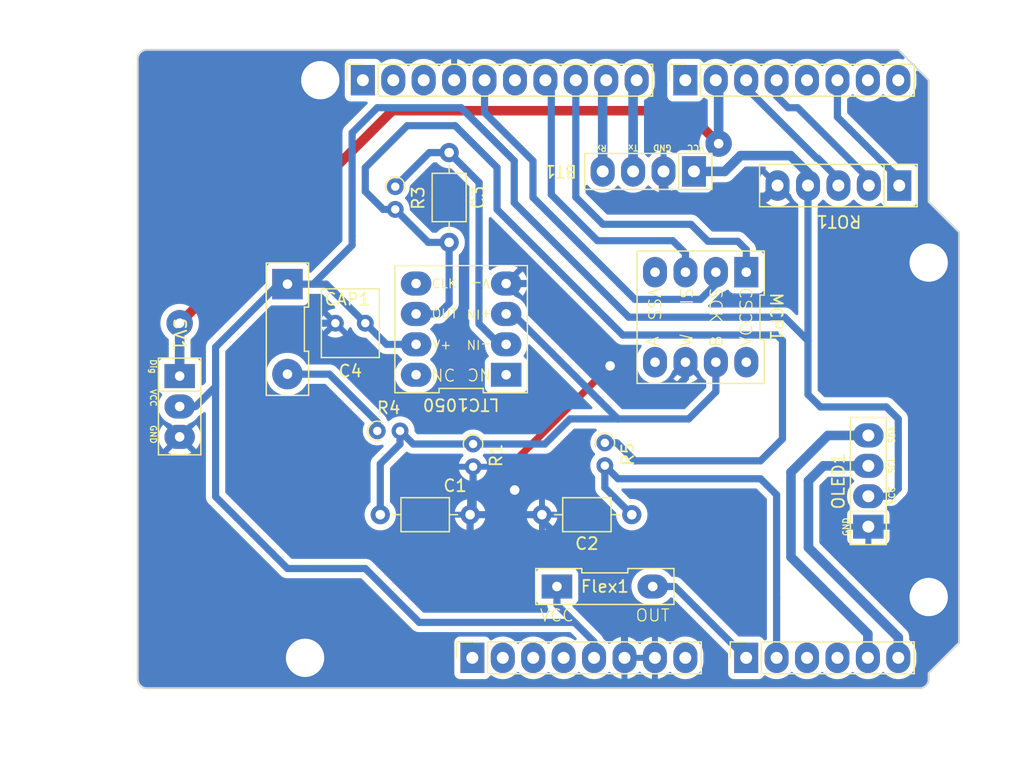
<source format=kicad_pcb>
(kicad_pcb (version 20240108) (generator "pcbnew") (generator_version "8.0")
  (title_block (title "PCB_PROJETCAPTEUR") (date "mar. 31 mars 2015") (rev "1.0") (company "INSA DELCAMPO/VALENCIA") (comment 2 "${EMAIL}") (comment 3 "Ignacio DEL CAMPO") (comment 4 "Opérateur CAO:"))
  (layers (0 "F.Cu" signal) (31 "B.Cu" signal) (34 "B.Paste" user) (35 "F.Paste" user) (36 "B.SilkS" user "B.Silkscreen") (37 "F.SilkS" user "F.Silkscreen") (38 "B.Mask" user) (39 "F.Mask" user) (44 "Edge.Cuts" user))
  (property "EMAIL" "delcampo@insa-toulouse.fr")
  (net 0 "")
  (net 1 "GND")
  (net 3 "+5V")
  (net 4 "/IOREF")
  (net 5 "B-3: Tx")
  (net 6 "B-4: Rx")
  (net 7 "/A2")
  (net 8 "/A3")
  (net 9 "ADC")
  (net 10 "/AREF")
  (net 11 "Net-(LTC1050-OUT)")
  (net 12 "/7")
  (net 13 "Net-(LTC1050--IN)")
  (net 14 "Net-(CAP1-GND)")
  (net 15 "Dig")
  (net 16 "/Vin")
  (net 17 "/TX{slash}1")
  (net 18 "/*3")
  (net 19 "/RX{slash}0")
  (net 20 "+3V3")
  (net 21 "/~{RESET}")
  (net 22 "/SCL")
  (net 23 "/SDA")
  (net 24 "/12")
  (net 25 "M-1: CS")
  (net 26 "F-2")
  (net 27 "O-3: SCL")
  (net 28 "O-4: SDA")
  (net 29 "R-1: CLK")
  (net 30 "R-2: DATA")
  (net 31 "R-3: SWITCH")
  (net 35 "M-7: B")
  (net 36 "M-5: A")
  (net 37 "M-3: SI")
  (net 38 "M-2: SCK")
  (footprint "Connector_PinSocket_2.54mm:PinSocket_1x08_P2.54mm_Vertical" (layer "F.Cu") (at 127.94 97.46 90)
    (property "Reference" "J1" (hide yes))
    (property "Value" "Power")
    (fp_line (start 1.33 -1.33) (end 1.33 0) (stroke (width 0.12)) (layer "F.SilkS"))
    (fp_line (start 0 -1.33) (end 1.33 -1.33) (stroke (width 0.12)) (layer "F.SilkS"))
    (fp_line (start 1.33 1.27) (end 1.33 19.11) (stroke (width 0.12)) (layer "F.SilkS"))
    (fp_line (start -1.33 1.27) (end 1.33 1.27) (stroke (width 0.12)) (layer "F.SilkS"))
    (fp_line (start -1.33 1.27) (end -1.33 19.11) (stroke (width 0.12)) (layer "F.SilkS"))
    (fp_line (start -1.33 19.11) (end 1.33 19.11) (stroke (width 0.12)) (layer "F.SilkS"))
    (pad "1" thru_hole rect (at 0 0 90) (size 2.54 2) (drill 1) (layers "*.Cu" "*.Mask"))
    (pad "2" thru_hole oval (at 0 2.54 90) (size 2.54 2) (drill 1) (layers "*.Cu" "*.Mask") (net 4 "/IOREF"))
    (pad "3" thru_hole oval (at 0 5.08 90) (size 2.54 2) (drill 1) (layers "*.Cu" "*.Mask") (net 21 "/~{RESET}"))
    (pad "4" thru_hole oval (at 0 7.62 90) (size 2.54 2) (drill 1) (layers "*.Cu" "*.Mask") (net 20 "+3V3"))
    (pad "5" thru_hole oval (at 0 10.16 90) (size 2.54 2) (drill 1) (layers "*.Cu" "*.Mask") (net 3 "+5V"))
    (pad "6" thru_hole oval (at 0 12.7 90) (size 2.54 2) (drill 1) (layers "*.Cu" "*.Mask") (net 1 "GND"))
    (pad "7" thru_hole oval (at 0 15.24 90) (size 2.54 2) (drill 1) (layers "*.Cu" "*.Mask") (net 1 "GND"))
    (pad "8" thru_hole oval (at 0 17.78 90) (size 2.54 2) (drill 1) (layers "*.Cu" "*.Mask") (net 16 "/Vin"))
  )
  (footprint "Connector_PinSocket_2.54mm:PinSocket_1x06_P2.54mm_Vertical" (layer "F.Cu") (at 150.8 97.46 90)
    (property "Reference" "J3" (hide yes))
    (property "Value" "Analog")
    (fp_line (start 1.33 -1.33) (end 1.33 0) (stroke (width 0.12)) (layer "F.SilkS"))
    (fp_line (start 0 -1.33) (end 1.33 -1.33) (stroke (width 0.12)) (layer "F.SilkS"))
    (fp_line (start 1.33 1.27) (end 1.33 14.03) (stroke (width 0.12)) (layer "F.SilkS"))
    (fp_line (start -1.33 1.27) (end 1.33 1.27) (stroke (width 0.12)) (layer "F.SilkS"))
    (fp_line (start -1.33 1.27) (end -1.33 14.03) (stroke (width 0.12)) (layer "F.SilkS"))
    (fp_line (start -1.33 14.03) (end 1.33 14.03) (stroke (width 0.12)) (layer "F.SilkS"))
    (pad "1" thru_hole rect (at 0 0 90) (size 2.54 2) (drill 1) (layers "*.Cu" "*.Mask") (net 26 "F-2"))
    (pad "2" thru_hole oval (at 0 2.54 90) (size 2.54 2) (drill 1) (layers "*.Cu" "*.Mask") (net 9 "ADC"))
    (pad "3" thru_hole oval (at 0 5.08 90) (size 2.54 2) (drill 1) (layers "*.Cu" "*.Mask") (net 7 "/A2"))
    (pad "4" thru_hole oval (at 0 7.62 90) (size 2.54 2) (drill 1) (layers "*.Cu" "*.Mask") (net 8 "/A3"))
    (pad "5" thru_hole oval (at 0 10.16 90) (size 2.54 2) (drill 1) (layers "*.Cu" "*.Mask") (net 28 "O-4: SDA"))
    (pad "6" thru_hole oval (at 0 12.7 90) (size 2.54 2) (drill 1) (layers "*.Cu" "*.Mask") (net 27 "O-3: SCL"))
  )
  (footprint "Connector_PinSocket_2.54mm:PinSocket_1x10_P2.54mm_Vertical" (layer "F.Cu") (at 118.796 49.2 90)
    (property "Reference" "J2" (hide yes))
    (property "Value" "Digital/PWM")
    (fp_line (start 1.33 -1.33) (end 1.33 0) (stroke (width 0.12)) (layer "F.SilkS"))
    (fp_line (start 0 -1.33) (end 1.33 -1.33) (stroke (width 0.12)) (layer "F.SilkS"))
    (fp_line (start 1.33 1.27) (end 1.33 24.19) (stroke (width 0.12)) (layer "F.SilkS"))
    (fp_line (start -1.33 1.27) (end 1.33 1.27) (stroke (width 0.12)) (layer "F.SilkS"))
    (fp_line (start -1.33 1.27) (end -1.33 24.19) (stroke (width 0.12)) (layer "F.SilkS"))
    (fp_line (start -1.33 24.19) (end 1.33 24.19) (stroke (width 0.12)) (layer "F.SilkS"))
    (pad "1" thru_hole rect (at 0 0 90) (size 2.54 2) (drill 1) (layers "*.Cu" "*.Mask") (net 22 "/SCL"))
    (pad "2" thru_hole oval (at 0 2.54 90) (size 2.54 2) (drill 1) (layers "*.Cu" "*.Mask") (net 23 "/SDA"))
    (pad "3" thru_hole oval (at 0 5.08 90) (size 2.54 2) (drill 1) (layers "*.Cu" "*.Mask") (net 10 "/AREF"))
    (pad "4" thru_hole oval (at 0 7.62 90) (size 2.54 2) (drill 1) (layers "*.Cu" "*.Mask") (net 1 "GND"))
    (pad "5" thru_hole oval (at 0 10.16 90) (size 2.54 2) (drill 1) (layers "*.Cu" "*.Mask") (net 38 "M-2: SCK"))
    (pad "6" thru_hole oval (at 0 12.7 90) (size 2.54 2) (drill 1) (layers "*.Cu" "*.Mask") (net 24 "/12"))
    (pad "7" thru_hole oval (at 0 15.24 90) (size 2.54 2) (drill 1) (layers "*.Cu" "*.Mask") (net 37 "M-3: SI"))
    (pad "8" thru_hole oval (at 0 17.78 90) (size 2.54 2) (drill 1) (layers "*.Cu" "*.Mask") (net 25 "M-1: CS"))
    (pad "9" thru_hole oval (at 0 20.32 90) (size 2.54 2) (drill 1) (layers "*.Cu" "*.Mask") (net 6 "B-4: Rx"))
    (pad "10" thru_hole oval (at 0 22.86 90) (size 2.54 2) (drill 1) (layers "*.Cu" "*.Mask") (net 5 "B-3: Tx"))
  )
  (footprint "Connector_PinSocket_2.54mm:PinSocket_1x08_P2.54mm_Vertical" (layer "F.Cu") (at 145.72 49.2 90)
    (property "Reference" "J4" (hide yes))
    (property "Value" "Digital/PWM")
    (fp_line (start 1.33 -1.33) (end 1.33 0) (stroke (width 0.12)) (layer "F.SilkS"))
    (fp_line (start 0 -1.33) (end 1.33 -1.33) (stroke (width 0.12)) (layer "F.SilkS"))
    (fp_line (start 1.33 1.27) (end 1.33 19.11) (stroke (width 0.12)) (layer "F.SilkS"))
    (fp_line (start -1.33 1.27) (end 1.33 1.27) (stroke (width 0.12)) (layer "F.SilkS"))
    (fp_line (start -1.33 1.27) (end -1.33 19.11) (stroke (width 0.12)) (layer "F.SilkS"))
    (fp_line (start -1.33 19.11) (end 1.33 19.11) (stroke (width 0.12)) (layer "F.SilkS"))
    (pad "1" thru_hole rect (at 0 0 90) (size 2.54 2) (drill 1) (layers "*.Cu" "*.Mask") (net 12 "/7"))
    (pad "2" thru_hole oval (at 0 2.54 90) (size 2.54 2) (drill 1) (layers "*.Cu" "*.Mask") (net 15 "Dig"))
    (pad "3" thru_hole oval (at 0 5.08 90) (size 2.54 2) (drill 1) (layers "*.Cu" "*.Mask") (net 31 "R-3: SWITCH"))
    (pad "4" thru_hole oval (at 0 7.62 90) (size 2.54 2) (drill 1) (layers "*.Cu" "*.Mask") (net 30 "R-2: DATA"))
    (pad "5" thru_hole oval (at 0 10.16 90) (size 2.54 2) (drill 1) (layers "*.Cu" "*.Mask") (net 18 "/*3"))
    (pad "6" thru_hole oval (at 0 12.7 90) (size 2.54 2) (drill 1) (layers "*.Cu" "*.Mask") (net 29 "R-1: CLK"))
    (pad "7" thru_hole oval (at 0 15.24 90) (size 2.54 2) (drill 1) (layers "*.Cu" "*.Mask") (net 17 "/TX{slash}1"))
    (pad "8" thru_hole oval (at 0 17.78 90) (size 2.54 2) (drill 1) (layers "*.Cu" "*.Mask") (net 19 "/RX{slash}0"))
  )
  (footprint "Resistor_THT:R_Axial_DIN0204_L3.6mm_D1.6mm_P1.90mm_Vertical" (layer "F.Cu") (at 128 79.595 -90)
    (property "Reference" "R1" (at 0.95 -1.92 90) (layer "F.SilkS"))
    (property "Value" "100k")
    (fp_arc (start 0.320095 0.749359) (mid -0.813042 -0.054435) (end 0.417133 -0.7) (stroke (width 0.12)) (layer "F.SilkS"))
    (pad "1" thru_hole circle (at 0 0 270) (size 1.4 1.4) (drill 0.7) (layers "*.Cu" "*.Mask") (net 35 "M-7: B"))
    (pad "2" thru_hole oval (at 1.9 0 270) (size 1.4 1.4) (drill 0.7) (layers "*.Cu" "*.Mask") (net 1 "GND"))
  )
  (footprint "LIbCapteurPCB:ROT" (layer "F.Cu") (at 158.5 58 180)
    (property "Reference" "ROT1" (at -0.04 -3 180) (layer "F.SilkS"))
    (property "Value" "~")
    (fp_line (start 6.58 1.77) (end -6.58 1.77) (stroke (width 0.12)) (layer "F.SilkS"))
    (fp_line (start 6.58 -1.77) (end 6.58 1.77) (stroke (width 0.12)) (layer "F.SilkS"))
    (fp_line (start -3.81 -1.77) (end -3.81 1.77) (stroke (width 0.12)) (layer "F.SilkS"))
    (fp_line (start -6.58 1.77) (end -6.58 -1.77) (stroke (width 0.12)) (layer "F.SilkS"))
    (fp_line (start -6.58 -1.77) (end 6.58 -1.77) (stroke (width 0.12)) (layer "F.SilkS"))
    (pad "1" thru_hole rect (at -5.08 0 180) (size 2 2.54) (drill 1) (layers "*.Cu" "*.Mask") (net 29 "R-1: CLK"))
    (pad "2" thru_hole oval (at -2.54 0 180) (size 2 2.54) (drill 1) (layers "*.Cu" "*.Mask") (net 30 "R-2: DATA"))
    (pad "3" thru_hole oval (at 0 0 180) (size 2 2.54) (drill 1) (layers "*.Cu" "*.Mask") (net 31 "R-3: SWITCH"))
    (pad "4" thru_hole oval (at 2.54 0 180) (size 2 2.54) (drill 1) (layers "*.Cu" "*.Mask") (net 3 "+5V"))
    (pad "5" thru_hole oval (at 5.08 0 180) (size 2 2.54) (drill 1) (layers "*.Cu" "*.Mask") (net 1 "GND"))
  )
  (footprint "Capacitor_THT:C_Axial_L3.8mm_D2.6mm_P7.50mm_Horizontal" (layer "F.Cu") (at 141.25 85.5 180)
    (property "Reference" "C2" (at 3.75 -2.42 180) (layer "F.SilkS"))
    (property "Value" "100n ")
    (fp_line (start 6.46 0) (end 5.77 0) (stroke (width 0.12)) (layer "F.SilkS"))
    (fp_line (start 5.77 1.42) (end 5.77 -1.42) (stroke (width 0.12)) (layer "F.SilkS"))
    (fp_line (start 5.77 -1.42) (end 1.73 -1.42) (stroke (width 0.12)) (layer "F.SilkS"))
    (fp_line (start 1.73 1.42) (end 5.77 1.42) (stroke (width 0.12)) (layer "F.SilkS"))
    (fp_line (start 1.73 -1.42) (end 1.73 1.42) (stroke (width 0.12)) (layer "F.SilkS"))
    (fp_line (start 1.04 0) (end 1.73 0) (stroke (width 0.12)) (layer "F.SilkS"))
    (pad "1" thru_hole circle (at 0 0 180) (size 1.6 1.6) (drill 0.8) (layers "*.Cu" "*.Mask") (net 9 "ADC"))
    (pad "2" thru_hole oval (at 7.5 0 180) (size 1.6 1.6) (drill 0.8) (layers "*.Cu" "*.Mask") (net 1 "GND"))
  )
  (footprint "Capacitor_THT:C_Axial_L3.8mm_D2.6mm_P7.50mm_Horizontal" (layer "F.Cu") (at 126 55.25 -90)
    (property "Reference" "C3" (at 3.75 -2.42 90) (layer "F.SilkS"))
    (property "Value" "1u")
    (fp_line (start 1.73 1.42) (end 5.77 1.42) (stroke (width 0.12)) (layer "F.SilkS"))
    (fp_line (start 5.77 1.42) (end 5.77 -1.42) (stroke (width 0.12)) (layer "F.SilkS"))
    (fp_line (start 1.04 0) (end 1.73 0) (stroke (width 0.12)) (layer "F.SilkS"))
    (fp_line (start 6.46 0) (end 5.77 0) (stroke (width 0.12)) (layer "F.SilkS"))
    (fp_line (start 1.73 -1.42) (end 1.73 1.42) (stroke (width 0.12)) (layer "F.SilkS"))
    (fp_line (start 5.77 -1.42) (end 1.73 -1.42) (stroke (width 0.12)) (layer "F.SilkS"))
    (pad "1" thru_hole circle (at 0 0 270) (size 1.6 1.6) (drill 0.8) (layers "*.Cu" "*.Mask") (net 13 "Net-(LTC1050--IN)"))
    (pad "2" thru_hole oval (at 7.5 0 270) (size 1.6 1.6) (drill 0.8) (layers "*.Cu" "*.Mask") (net 11 "Net-(LTC1050-OUT)"))
  )
  (footprint "Resistor_THT:R_Axial_DIN0204_L3.6mm_D1.6mm_P1.90mm_Vertical" (layer "F.Cu") (at 139 79.5 -90)
    (property "Reference" "R5" (at 0.95 -1.92 90) (layer "F.SilkS"))
    (property "Value" "1k")
    (fp_arc (start 0.320095 0.749359) (mid -0.813042 -0.054435) (end 0.417133 -0.7) (stroke (width 0.12)) (layer "F.SilkS"))
    (pad "1" thru_hole circle (at 0 0 270) (size 1.4 1.4) (drill 0.7) (layers "*.Cu" "*.Mask") (net 11 "Net-(LTC1050-OUT)"))
    (pad "2" thru_hole oval (at 1.9 0 270) (size 1.4 1.4) (drill 0.7) (layers "*.Cu" "*.Mask") (net 9 "ADC"))
  )
  (footprint "ChuloPCB:SIP-3" (layer "F.Cu") (at 103.5 76.46 -90)
    (property "Reference" "SV1" (at -6 0 -90) (layer "F.SilkS"))
    (property "Value" "~")
    (fp_line (start -4.04 1.77) (end -4.04 -1.77) (stroke (width 0.12)) (layer "F.SilkS"))
    (fp_line (start 4.04 1.77) (end -4.04 1.77) (stroke (width 0.12)) (layer "F.SilkS"))
    (fp_line (start -4.04 -1.77) (end 4.04 -1.77) (stroke (width 0.12)) (layer "F.SilkS"))
    (fp_line (start -1.27 -1.77) (end -1.27 1.77) (stroke (width 0.12)) (layer "F.SilkS"))
    (fp_line (start 4.04 -1.77) (end 4.04 1.77) (stroke (width 0.12)) (layer "F.SilkS"))
    (fp_text user "VCC" (at -1.5 2.5 -90) (layer "F.SilkS") (effects (font (size 0.5 0.5) (thickness 0.1)) (justify left bottom)))
    (fp_text user "GND" (at 1.5 2.5 -90) (layer "F.SilkS") (effects (font (size 0.5 0.5) (thickness 0.1)) (justify left bottom)))
    (fp_text user "Dig" (at -4 2.5 -90) (layer "F.SilkS") (effects (font (size 0.5 0.5) (thickness 0.1)) (justify left bottom)))
    (pad "1" thru_hole rect (at -2.54 0 270) (size 2 2.54) (drill 0.8) (layers "*.Cu" "*.Mask") (net 15 "Dig"))
    (pad "2" thru_hole oval (at 0 0 270) (size 2 2.54) (drill 0.8) (layers "*.Cu" "*.Mask") (net 3 "+5V"))
    (pad "3" thru_hole oval (at 2.54 0 270) (size 2 2.54) (drill 0.8) (layers "*.Cu" "*.Mask") (net 1 "GND"))
  )
  (footprint "Capacitor_THT:C_Axial_L3.8mm_D2.6mm_P7.50mm_Horizontal" (layer "F.Cu") (at 120.25 85.5)
    (property "Reference" "C1" (at 6.25 -2.42 0) (layer "F.SilkS"))
    (property "Value" "100n")
    (fp_line (start 1.04 0) (end 1.73 0) (stroke (width 0.12)) (layer "F.SilkS"))
    (fp_line (start 1.73 -1.42) (end 1.73 1.42) (stroke (width 0.12)) (layer "F.SilkS"))
    (fp_line (start 1.73 1.42) (end 5.77 1.42) (stroke (width 0.12)) (layer "F.SilkS"))
    (fp_line (start 5.77 -1.42) (end 1.73 -1.42) (stroke (width 0.12)) (layer "F.SilkS"))
    (fp_line (start 5.77 1.42) (end 5.77 -1.42) (stroke (width 0.12)) (layer "F.SilkS"))
    (fp_line (start 6.46 0) (end 5.77 0) (stroke (width 0.12)) (layer "F.SilkS"))
    (pad "1" thru_hole circle (at 0 0) (size 1.6 1.6) (drill 0.8) (layers "*.Cu" "*.Mask") (net 35 "M-7: B"))
    (pad "2" thru_hole oval (at 7.5 0) (size 1.6 1.6) (drill 0.8) (layers "*.Cu" "*.Mask") (net 1 "GND"))
  )
  (footprint "LIbCapteurPCB:DigiPot" (layer "F.Cu") (at 147 69 180)
    (property "Reference" "MCP1" (at -6.31 0 -90) (layer "F.SilkS"))
    (property "Value" "~")
    (fp_line (start 5.31 5.53) (end 5.31 -5.53) (stroke (width 0.12)) (layer "F.SilkS"))
    (fp_line (start 5.31 -5.53) (end -5.31 -5.53) (stroke (width 0.12)) (layer "F.SilkS"))
    (fp_line (start -4.95 1.843333) (end -5.31 1.843333) (stroke (width 0.12)) (layer "F.SilkS"))
    (fp_line (start -4.95 -1.843333) (end -4.95 1.843333) (stroke (width 0.12)) (layer "F.SilkS"))
    (fp_line (start -5.31 5.53) (end 5.31 5.53) (stroke (width 0.12)) (layer "F.SilkS"))
    (fp_line (start -5.31 1.843333) (end -5.31 5.53) (stroke (width 0.12)) (layer "F.SilkS"))
    (fp_line (start -5.31 -1.843333) (end -4.95 -1.843333) (stroke (width 0.12)) (layer "F.SilkS"))
    (fp_line (start -5.31 -5.53) (end -5.31 -1.843333) (stroke (width 0.12)) (layer "F.SilkS"))
    (fp_text user "VCC" (at -4.39 -2.52 90) (layer "F.SilkS") (effects (font (thickness 0.1)) (justify left bottom)))
    (fp_text user "SI" (at 1.81 2.54 -90) (layer "F.SilkS") (effects (font (thickness 0.1)) (justify left bottom)))
    (fp_text user "VSS" (at 4.47 2.54 -90) (layer "F.SilkS") (effects (font (thickness 0.1)) (justify left bottom)))
    (fp_text user "B" (at -1.9 -2.58 90) (layer "F.SilkS") (effects (font (thickness 0.1)) (justify left bottom)))
    (fp_text user "W" (at 0.6 -2.56 90) (layer "F.SilkS") (effects (font (thickness 0.1)) (justify left bottom)))
    (fp_text user "A" (at 3.42 -2.52 90) (layer "F.SilkS") (effects (font (thickness 0.1)) (justify left bottom)))
    (fp_text user "SCK" (at -0.66 2.54 -90) (layer "F.SilkS") (effects (font (thickness 0.1)) (justify left bottom)))
    (fp_text user "CS" (at -3.15 2.58 -90) (layer "F.SilkS") (effects (font (thickness 0.1)) (justify left bottom)))
    (pad "1" thru_hole rect (at -3.81 3.76 180) (size 2 2.54) (drill 0.8) (layers "*.Cu" "*.Mask") (net 25 "M-1: CS"))
    (pad "2" thru_hole oval (at -1.27 3.76 180) (size 2 2.54) (drill 0.8) (layers "*.Cu" "*.Mask") (net 38 "M-2: SCK"))
    (pad "3" thru_hole oval (at 1.27 3.76 180) (size 2 2.54) (drill 0.8) (layers "*.Cu" "*.Mask") (net 37 "M-3: SI"))
    (pad "4" thru_hole oval (at 3.81 3.76 180) (size 2 2.54) (drill 0.8) (layers "*.Cu" "*.Mask"))
    (pad "5" thru_hole oval (at 3.81 -3.76 180) (size 2 2.54) (drill 0.8) (layers "*.Cu" "*.Mask") (net 36 "M-5: A"))
    (pad "6" thru_hole oval (at 1.27 -3.76 180) (size 2 2.54) (drill 0.8) (layers "*.Cu" "*.Mask") (net 1 "GND"))
    (pad "7" thru_hole oval (at -1.27 -3.76 180) (size 2 2.54) (drill 0.8) (layers "*.Cu" "*.Mask") (net 35 "M-7: B"))
    (pad "8" thru_hole oval (at -3.81 -3.76 180) (size 2 2.54) (drill 0.8) (layers "*.Cu" "*.Mask"))
  )
  (footprint "Arduino_MountingHole:MountingHole_3.2mm" (layer "F.Cu") (at 115.24 49.2)
    (property "Reference" "MH1" (hide yes))
    (property "Value" "MountingHole_3.2mm" (hide yes))
    (pad "" np_thru_hole circle (at 0 0) (size 3.2 3.2) (drill 3.2) (layers "*.Cu" "*.Mask"))
  )
  (footprint "Resistor_THT:R_Axial_DIN0204_L3.6mm_D1.6mm_P1.90mm_Vertical" (layer "F.Cu") (at 121.5 58.095 -90)
    (property "Reference" "R3" (at 0.95 -1.92 90) (layer "F.SilkS"))
    (property "Value" "100k")
    (fp_arc (start 0.320095 0.749359) (mid -0.813042 -0.054435) (end 0.417133 -0.7) (stroke (width 0.12)) (layer "F.SilkS"))
    (pad "1" thru_hole circle (at 0 0 270) (size 1.4 1.4) (drill 0.7) (layers "*.Cu" "*.Mask") (net 13 "Net-(LTC1050--IN)"))
    (pad "2" thru_hole oval (at 1.9 0 270) (size 1.4 1.4) (drill 0.7) (layers "*.Cu" "*.Mask") (net 11 "Net-(LTC1050-OUT)"))
  )
  (footprint "Capacitor_THT:C_Rect_L4.6mm_W5.5mm_P2.50mm_MKS02_FKP02" (layer "F.Cu") (at 119 69.5 180)
    (property "Reference" "C4" (at 1.25 -4 180) (layer "F.SilkS"))
    (property "Value" "100n")
    (fp_line (start 3.67 -2.87) (end 3.67 2.87) (stroke (width 0.12)) (layer "F.SilkS"))
    (fp_line (start -1.17 2.87) (end 3.67 2.87) (stroke (width 0.12)) (layer "F.SilkS"))
    (fp_line (start -1.17 -2.87) (end 3.67 -2.87) (stroke (width 0.12)) (layer "F.SilkS"))
    (fp_line (start -1.17 -2.87) (end -1.17 2.87) (stroke (width 0.12)) (layer "F.SilkS"))
    (pad "1" thru_hole circle (at 0 0 180) (size 1.4 1.4) (drill 0.7) (layers "*.Cu" "*.Mask") (net 3 "+5V"))
    (pad "2" thru_hole circle (at 2.5 0 180) (size 1.4 1.4) (drill 0.7) (layers "*.Cu" "*.Mask") (net 1 "GND"))
  )
  (footprint "ChuloPCB:Flexeo" (layer "F.Cu") (at 139 91.5 -90)
    (property "Reference" "Flex1" (at 0 0 0) (layer "F.SilkS"))
    (property "Value" "~")
    (fp_line (start -1.5 5.77) (end 1.499999 5.77) (stroke (width 0.12)) (layer "F.SilkS"))
    (fp_line (start 1.499999 5.77) (end 1.5 -5.77) (stroke (width 0.12)) (layer "F.SilkS"))
    (fp_line (start -1.5 1.923333) (end -1.5 5.77) (stroke (width 0.12)) (layer "F.SilkS"))
    (fp_line (start -1.14 1.923333) (end -1.5 1.923333) (stroke (width 0.12)) (layer "F.SilkS"))
    (fp_line (start -1.499999 -1.923333) (end -1.139999 -1.923333) (stroke (width 0.12)) (layer "F.SilkS"))
    (fp_line (start -1.139999 -1.923333) (end -1.14 1.923333) (stroke (width 0.12)) (layer "F.SilkS"))
    (fp_line (start -1.499999 -5.77) (end -1.499999 -1.923333) (stroke (width 0.12)) (layer "F.SilkS"))
    (fp_line (start 1.5 -5.77) (end -1.499999 -5.77) (stroke (width 0.12)) (layer "F.SilkS"))
    (fp_text user "OUT" (at 3 -2.5 0) (layer "F.SilkS") (effects (font (thickness 0.1)) (justify left bottom)))
    (fp_text user "VCC" (at 3 5.5 0) (layer "F.SilkS") (effects (font (thickness 0.1)) (justify left bottom)))
    (pad "1" thru_hole rect (at 0 4 270) (size 2 2.54) (drill 0.8) (layers "*.Cu" "*.Mask") (net 3 "+5V"))
    (pad "2" thru_hole oval (at 0 -4 270) (size 2 2.54) (drill 0.8) (layers "*.Cu" "*.Mask") (net 26 "F-2"))
  )
  (footprint "Resistor_THT:R_Axial_DIN0204_L3.6mm_D1.6mm_P1.90mm_Vertical" (layer "F.Cu") (at 120 78.5)
    (property "Reference" "R4" (at 0.95 -1.92 0) (layer "F.SilkS"))
    (property "Value" "10k")
    (fp_arc (start 0.320095 0.749359) (mid -0.813042 -0.054435) (end 0.417133 -0.7) (stroke (width 0.12)) (layer "F.SilkS"))
    (pad "1" thru_hole circle (at 0 0) (size 1.4 1.4) (drill 0.7) (layers "*.Cu" "*.Mask") (net 14 "Net-(CAP1-GND)"))
    (pad "2" thru_hole oval (at 1.9 0) (size 1.4 1.4) (drill 0.7) (layers "*.Cu" "*.Mask") (net 35 "M-7: B"))
  )
  (footprint "LIbCapteurPCB:LTC1050" (layer "F.Cu") (at 127 70 90)
    (property "Reference" "LTC1050" (at -6.31 0 180) (layer "F.SilkS"))
    (property "Value" "~")
    (fp_line (start 5.31 -5.53) (end -5.31 -5.53) (stroke (width 0.12)) (layer "F.SilkS"))
    (fp_line (start -5.31 -5.53) (end -5.31 -1.843333) (stroke (width 0.12)) (layer "F.SilkS"))
    (fp_line (start -4.95 -1.843333) (end -4.95 1.843333) (stroke (width 0.12)) (layer "F.SilkS"))
    (fp_line (start -5.31 -1.843333) (end -4.95 -1.843333) (stroke (width 0.12)) (layer "F.SilkS"))
    (fp_line (start -4.95 1.843333) (end -5.31 1.843333) (stroke (width 0.12)) (layer "F.SilkS"))
    (fp_line (start -5.31 1.843333) (end -5.31 5.53) (stroke (width 0.12)) (layer "F.SilkS"))
    (fp_line (start 5.31 5.53) (end 5.31 -5.53) (stroke (width 0.12)) (layer "F.SilkS"))
    (fp_line (start -5.31 5.53) (end 5.31 5.53) (stroke (width 0.12)) (layer "F.SilkS"))
    (fp_text user "NC" (at -3.2 2.62 180) (layer "F.SilkS") (effects (font (thickness 0.1)) (justify left bottom)))
    (fp_text user "-IN" (at -0.85 2.6 180) (layer "F.SilkS") (effects (font (size 0.75 0.75) (thickness 0.1)) (justify left bottom)))
    (fp_text user "V+" (at -1.75 -2.45 0) (layer "F.SilkS") (effects (font (size 0.75 0.75) (thickness 0.1)) (justify left bottom)))
    (fp_text user "V-" (at 4.27 2.47 180) (layer "F.SilkS") (effects (font (size 0.75 0.75) (thickness 0.1)) (justify left bottom)))
    (fp_text user "CLK" (at 3.36 -2.52 0) (layer "F.SilkS") (effects (font (size 0.75 0.75) (thickness 0.1)) (justify left bottom)))
    (fp_text user "OUT" (at 0.85 -2.51 0) (layer "F.SilkS") (effects (font (size 0.75 0.75) (thickness 0.1)) (justify left bottom)))
    (fp_text user "+IN" (at 1.69 2.6 180) (layer "F.SilkS") (effects (font (size 0.75 0.75) (thickness 0.1)) (justify left bottom)))
    (fp_text user "NC" (at -4.47 -2.58 0) (layer "F.SilkS") (effects (font (thickness 0.1)) (justify left bottom)))
    (pad "1" thru_hole rect (at -3.81 3.76 90) (size 2 2.54) (drill 0.8) (layers "*.Cu" "*.Mask"))
    (pad "2" thru_hole oval (at -1.27 3.76 90) (size 2 2.54) (drill 0.8) (layers "*.Cu" "*.Mask") (net 13 "Net-(LTC1050--IN)"))
    (pad "3" thru_hole oval (at 1.27 3.76 90) (size 2 2.54) (drill 0.8) (layers "*.Cu" "*.Mask") (net 35 "M-7: B"))
    (pad "4" thru_hole oval (at 3.81 3.76 90) (size 2 2.54) (drill 0.8) (layers "*.Cu" "*.Mask") (net 1 "GND"))
    (pad "5" thru_hole oval (at 3.81 -3.76 90) (size 2 2.54) (drill 0.8) (layers "*.Cu" "*.Mask"))
    (pad "6" thru_hole oval (at 1.27 -3.76 90) (size 2 2.54) (drill 0.8) (layers "*.Cu" "*.Mask") (net 11 "Net-(LTC1050-OUT)"))
    (pad "7" thru_hole oval (at -1.27 -3.76 90) (size 2 2.54) (drill 0.8) (layers "*.Cu" "*.Mask") (net 3 "+5V"))
    (pad "8" thru_hole oval (at -3.81 -3.76 90) (size 2 2.54) (drill 0.8) (layers "*.Cu" "*.Mask"))
  )
  (footprint "LIbCapteurPCB:Capteur Gaz" (layer "F.Cu") (at 112.5 70 180)
    (property "Reference" "CAP1" (at -5 2.5 0) (layer "F.SilkS"))
    (property "Value" "~")
    (fp_line (start 1.77 -5.53) (end -1.769999 -5.53) (stroke (width 0.12)) (layer "F.SilkS"))
    (fp_line (start 1.769999 5.53) (end 1.77 -5.53) (stroke (width 0.12)) (layer "F.SilkS"))
    (fp_line (start -1.41 1.843333) (end -1.77 1.843333) (stroke (width 0.12)) (layer "F.SilkS"))
    (fp_line (start -1.41 -1.843333) (end -1.41 1.843333) (stroke (width 0.12)) (layer "F.SilkS"))
    (fp_line (start -1.769999 -5.53) (end -1.77 -1.843333) (stroke (width 0.12)) (layer "F.SilkS"))
    (fp_line (start -1.77 5.53) (end 1.769999 5.53) (stroke (width 0.12)) (layer "F.SilkS"))
    (fp_line (start -1.77 1.843333) (end -1.77 5.53) (stroke (width 0.12)) (layer "F.SilkS"))
    (fp_line (start -1.77 -1.843333) (end -1.41 -1.843333) (stroke (width 0.12)) (layer "F.SilkS"))
    (pad "1" thru_hole rect (at 0 3.76 180) (size 2.54 2.54) (drill 0.8) (layers "*.Cu" "*.Mask") (net 3 "+5V"))
    (pad "2" thru_hole circle (at 0 -3.76 180) (size 2.54 2.54) (drill 0.8) (layers "*.Cu" "*.Mask") (net 14 "Net-(CAP1-GND)"))
  )
  (footprint "LIbCapteurPCB:OLED" (layer "F.Cu") (at 161 82.69 90)
    (property "Reference" "OLED1" (at 0 -2.5 90) (layer "F.SilkS"))
    (property "Value" "~")
    (fp_line (start 5.31 -1.5) (end 5.31 1.5) (stroke (width 0.12)) (layer "F.SilkS"))
    (fp_line (start -2.54 -1.5) (end -2.54 1.5) (stroke (width 0.12)) (layer "F.SilkS"))
    (fp_line (start -5.31 -1.5) (end 5.31 -1.5) (stroke (width 0.12)) (layer "F.SilkS"))
    (fp_line (start 5.31 1.5) (end -5.31 1.5) (stroke (width 0.12)) (layer "F.SilkS"))
    (fp_line (start -5.31 1.5) (end -5.31 -1.5) (stroke (width 0.12)) (layer "F.SilkS"))
    (fp_text user "GND" (at -4.65 -1.57 90) (layer "F.SilkS") (effects (font (size 0.5 0.5) (thickness 0.1)) (justify left bottom)))
    (fp_text user "SDA" (at 3.07 2.26 90) (layer "F.SilkS") (effects (font (size 0.5 0.5) (thickness 0.1)) (justify left bottom)))
    (fp_text user "VCC" (at -1.96 2.26 90) (layer "F.SilkS") (effects (font (size 0.5 0.5) (thickness 0.1)) (justify left bottom)))
    (fp_text user "SCL" (at 0.55 2.24 90) (layer "F.SilkS") (effects (font (size 0.5 0.5) (thickness 0.1)) (justify left bottom)))
    (pad "1" thru_hole rect (at -3.81 0 90) (size 2 2.54) (drill 1) (layers "*.Cu" "*.Mask") (net 1 "GND"))
    (pad "2" thru_hole oval (at -1.27 0 90) (size 2 2.54) (drill 1) (layers "*.Cu" "*.Mask") (net 3 "+5V"))
    (pad "3" thru_hole oval (at 1.27 0 90) (size 2 2.54) (drill 1) (layers "*.Cu" "*.Mask") (net 27 "O-3: SCL"))
    (pad "4" thru_hole oval (at 3.81 0 90) (size 2 2.54) (drill 1) (layers "*.Cu" "*.Mask") (net 28 "O-4: SDA"))
  )
  (footprint "LIbCapteurPCB:BT-HC05" (layer "F.Cu") (at 142.63 56.82 180)
    (property "Reference" "BT1" (at 7.33 0.01 180) (layer "F.SilkS"))
    (property "Value" "~")
    (fp_line (start 5.31 1.5) (end -5.31 1.5) (stroke (width 0.12)) (layer "F.SilkS"))
    (fp_line (start 5.31 -1.5) (end 5.31 1.5) (stroke (width 0.12)) (layer "F.SilkS"))
    (fp_line (start -2.54 -1.5) (end -2.54 1.5) (stroke (width 0.12)) (layer "F.SilkS"))
    (fp_line (start -5.31 1.5) (end -5.31 -1.5) (stroke (width 0.12)) (layer "F.SilkS"))
    (fp_line (start -5.31 -1.5) (end 5.31 -1.5) (stroke (width 0.12)) (layer "F.SilkS"))
    (fp_text user "GND" (at -2 2.27 180) (layer "F.SilkS") (effects (font (size 0.5 0.5) (thickness 0.1)) (justify left bottom)))
    (fp_text user "VCC" (at -4.73 2.26 180) (layer "F.SilkS") (effects (font (size 0.5 0.5) (thickness 0.1)) (justify left bottom)))
    (fp_text user "Rx" (at 3.41 2.25 180) (layer "F.SilkS") (effects (font (size 0.5 0.5) (thickness 0.1)) (justify left bottom)))
    (fp_text user "Tx" (at 0.81 2.27 180) (layer "F.SilkS") (effects (font (size 0.5 0.5) (thickness 0.1)) (justify left bottom)))
    (pad "1" thru_hole rect (at -3.81 0 180) (size 2 2.54) (drill 1) (layers "*.Cu" "*.Mask") (net 3 "+5V"))
    (pad "2" thru_hole oval (at -1.27 0 180) (size 2 2.54) (drill 1) (layers "*.Cu" "*.Mask") (net 1 "GND"))
    (pad "3" thru_hole oval (at 1.27 0 180) (size 2 2.54) (drill 1) (layers "*.Cu" "*.Mask") (net 5 "B-3: Tx"))
    (pad "4" thru_hole oval (at 3.81 0 180) (size 2 2.54) (drill 1) (layers "*.Cu" "*.Mask") (net 6 "B-4: Rx"))
  )
  (footprint "Arduino_MountingHole:MountingHole_3.2mm" (layer "F.Cu") (at 113.97 97.46)
    (property "Reference" "MH2" (hide yes))
    (property "Value" "MountingHole_3.2mm" (hide yes))
    (pad "" np_thru_hole circle (at 0 0) (size 3.2 3.2) (drill 3.2) (layers "*.Cu" "*.Mask"))
  )
  (footprint "Arduino_MountingHole:MountingHole_3.2mm" (layer "F.Cu") (at 166.04 64.44)
    (property "Reference" "MH3" (hide yes))
    (property "Value" "MountingHole_3.2mm" (hide yes))
    (pad "" np_thru_hole circle (at 0 0) (size 3.2 3.2) (drill 3.2) (layers "*.Cu" "*.Mask"))
  )
  (footprint "Arduino_MountingHole:MountingHole_3.2mm" (layer "F.Cu") (at 166.04 92.38)
    (property "Reference" "MH4" (hide yes))
    (property "Value" "MountingHole_3.2mm" (hide yes))
    (pad "" np_thru_hole circle (at 0 0) (size 3.2 3.2) (drill 3.2) (layers "*.Cu" "*.Mask"))
  )
  (gr_line (start 166.04 59.36) (end 168.58 61.9) (stroke (width 0.15)) (layer "Edge.Cuts"))
  (gr_line (start 100 99.238) (end 100 47.422) (stroke (width 0.15)) (layer "Edge.Cuts"))
  (gr_line (start 168.58 61.9) (end 168.58 96.19) (stroke (width 0.15)) (layer "Edge.Cuts"))
  (gr_line (start 165.278 100) (end 100.762 100) (stroke (width 0.15)) (layer "Edge.Cuts"))
  (gr_line (start 100.762 46.66) (end 163.5 46.66) (stroke (width 0.15)) (layer "Edge.Cuts"))
  (gr_arc (start 100.762 100) (mid 100.223185 99.776815) (end 100 99.238) (stroke (width 0.15)) (layer "Edge.Cuts"))
  (gr_line (start 168.58 96.19) (end 166.04 98.73) (stroke (width 0.15)) (layer "Edge.Cuts"))
  (gr_line (start 163.5 46.66) (end 166.04 49.2) (stroke (width 0.15)) (layer "Edge.Cuts"))
  (gr_arc (start 166.04 99.238) (mid 165.816815 99.776815) (end 165.278 100) (stroke (width 0.15)) (layer "Edge.Cuts"))
  (gr_line (start 166.04 49.2) (end 166.04 59.36) (stroke (width 0.15)) (layer "Edge.Cuts"))
  (gr_line (start 166.04 98.73) (end 166.04 99.238) (stroke (width 0.15)) (layer "Edge.Cuts"))
  (gr_arc (start 100 47.422) (mid 100.223185 46.883185) (end 100.762 46.66) (stroke (width 0.15)) (layer "Edge.Cuts"))
  (segment (start 131.47 81.04) (end 131.47 83.44) (width 0.6) (layer "F.Cu") (net 1))
  (segment (start 139.44 73.07) (end 131.47 81.04) (width 0.6) (layer "F.Cu") (net 1))
  (via (at 131.47 83.44) (size 2.2) (drill 0.8) (layers "F.Cu" "B.Cu") (net 1))
  (via (at 139.44 73.07) (size 2.2) (drill 0.8) (layers "F.Cu" "B.Cu") (net 1))
  (segment (start 144.54 58.99) (end 152.43 58.99) (width 0.8) (layer "B.Cu") (net 1))
  (segment (start 145.73 74.09) (end 144.79 75.03) (width 0.6) (layer "B.Cu") (net 1))
  (segment (start 133.75 85.98) (end 133.75 85.5) (width 0.6) (layer "B.Cu") (net 1))
  (segment (start 109 84) (end 113.5 88.5) (width 0.6) (layer "B.Cu") (net 1))
  (segment (start 111.5 69.5) (end 109 72) (width 0.6) (layer "B.Cu") (net 1))
  (segment (start 140.64 97.46) (end 140.64 92.87) (width 0.6) (layer "B.Cu") (net 1))
  (segment (start 145.73 72.76) (end 145.73 74.09) (width 0.6) (layer "B.Cu") (net 1))
  (segment (start 131.47 84.03) (end 130 85.5) (width 0.6) (layer "B.Cu") (net 1))
  (segment (start 131.47 83.44) (end 131.47 84.03) (width 0.6) (layer "B.Cu") (net 1))
  (segment (start 127.75 87.75) (end 127.75 85.5) (width 0.6) (layer "B.Cu") (net 1))
  (segment (start 139.44 72.54) (end 139.44 73.07) (width 0.6) (layer "B.Cu") (net 1))
  (segment (start 152.43 58.99) (end 153.42 58) (width 0.8) (layer "B.Cu") (net 1))
  (segment (start 127 88.5) (end 127.75 87.75) (width 0.6) (layer "B.Cu") (net 1))
  (segment (start 133.75 85.5) (end 130 85.5) (width 0.6) (layer "B.Cu") (net 1))
  (segment (start 109 72) (end 109 84) (width 0.6) (layer "B.Cu") (net 1))
  (segment (start 133.09 66.19) (end 139.44 72.54) (width 0.6) (layer "B.Cu") (net 1))
  (segment (start 130.76 66.19) (end 133.09 66.19) (width 0.6) (layer "B.Cu") (net 1))
  (segment (start 128 85.25) (end 127.75 85.5) (width 0.6) (layer "B.Cu") (net 1))
  (segment (start 113.5 88.5) (end 127 88.5) (width 0.6) (layer "B.Cu") (net 1))
  (segment (start 140.64 92.87) (end 133.75 85.98) (width 0.6) (layer "B.Cu") (net 1))
  (segment (start 139.51 73.07) (end 139.44 73.07) (width 0.6) (layer "B.Cu") (net 1))
  (segment (start 141.47 75.03) (end 139.51 73.07) (width 0.6) (layer "B.Cu") (net 1))
  (segment (start 130 85.5) (end 127.75 85.5) (width 0.6) (layer "B.Cu") (net 1))
  (segment (start 128 81.495) (end 128 85.25) (width 0.6) (layer "B.Cu") (net 1))
  (segment (start 143.9 56.82) (end 143.9 58.35) (width 0.8) (layer "B.Cu") (net 1))
  (segment (start 144.79 75.03) (end 141.47 75.03) (width 0.6) (layer "B.Cu") (net 1))
  (segment (start 116.5 69.5) (end 111.5 69.5) (width 0.6) (layer "B.Cu") (net 1))
  (segment (start 143.9 58.35) (end 144.54 58.99) (width 0.8) (layer "B.Cu") (net 1))
  (segment (start 120 51.5) (end 127 51.5) (width 0.6) (layer "B.Cu") (net 3))
  (segment (start 131.436 59.436) (end 141 69) (width 0.6) (layer "B.Cu") (net 3))
  (segment (start 106.5 71.5) (end 106.5 74) (width 0.6) (layer "B.Cu") (net 3))
  (segment (start 162.5 76.5) (end 163.5 77.5) (width 0.6) (layer "B.Cu") (net 3))
  (segment (start 155.96 75.46) (end 157 76.5) (width 0.6) (layer "B.Cu") (net 3))
  (segment (start 120.77 71.27) (end 119 69.5) (width 0.6) (layer "B.Cu") (net 3))
  (segment (start 114.65 66.24) (end 112.5 66.24) (width 0.6) (layer "B.Cu") (net 3))
  (segment (start 117.9 62.21) (end 117.9 62.99) (width 0.6) (layer "B.Cu") (net 3))
  (segment (start 106.5 74) (end 106.5 74.79) (width 0.6) (layer "B.Cu") (net 3))
  (segment (start 116.5 67) (end 115.74 66.24) (width 0.6) (layer "B.Cu") (net 3))
  (segment (start 150.328428 55.5) (end 154.5 55.5) (width 0.8) (layer "B.Cu") (net 3))
  (segment (start 155.96 56.96) (end 155.96 58) (width 0.8) (layer "B.Cu") (net 3))
  (segment (start 138.1 96.13) (end 138.1 97.46) (width 0.6) (layer "B.Cu") (net 3))
  (segment (start 119 69.5) (end 116.5 67) (width 0.6) (layer "B.Cu") (net 3))
  (segment (start 119 90) (end 123.5 94.5) (width 0.6) (layer "B.Cu") (net 3))
  (segment (start 155.96 70.96) (end 155.96 75.46) (width 0.6) (layer "B.Cu") (net 3))
  (segment (start 117.9 62.99) (end 114.65 66.24) (width 0.6) (layer "B.Cu") (net 3))
  (segment (start 111.76 66.24) (end 106.5 71.5) (width 0.6) (layer "B.Cu") (net 3))
  (segment (start 104.83 76.46) (end 103.5 76.46) (width 0.6) (layer "B.Cu") (net 3))
  (segment (start 154 69) (end 155.96 70.96) (width 0.6) (layer "B.Cu") (net 3))
  (segment (start 117.9 53.6) (end 117.9 62.21) (width 0.6) (layer "B.Cu") (net 3))
  (segment (start 112.5 90) (end 119 90) (width 0.6) (layer "B.Cu") (net 3))
  (segment (start 149.008428 56.82) (end 150.328428 55.5) (width 0.8) (layer "B.Cu") (net 3))
  (segment (start 118.5 53) (end 120 51.5) (width 0.6) (layer "B.Cu") (net 3))
  (segment (start 154.5 55.5) (end 155.96 56.96) (width 0.8) (layer "B.Cu") (net 3))
  (segment (start 157 76.5) (end 162.5 76.5) (width 0.6) (layer "B.Cu") (net 3))
  (segment (start 146.44 56.82) (end 149.008428 56.82) (width 0.8) (layer "B.Cu") (net 3))
  (segment (start 162.87 83.96) (end 161 83.96) (width 0.6) (layer "B.Cu") (net 3))
  (segment (start 123.5 94.5) (end 136.47 94.5) (width 0.6) (layer "B.Cu") (net 3))
  (segment (start 112.5 66.24) (end 111.76 66.24) (width 0.6) (layer "B.Cu") (net 3))
  (segment (start 123.24 71.27) (end 120.77 71.27) (width 0.6) (layer "B.Cu") (net 3))
  (segment (start 135 93.03) (end 136.47 94.5) (width 0.6) (layer "B.Cu") (net 3))
  (segment (start 155.96 58) (end 155.96 71) (width 0.6) (layer "B.Cu") (net 3))
  (segment (start 127 51.5) (end 131.436 55.936) (width 0.6) (layer "B.Cu") (net 3))
  (segment (start 115.74 66.24) (end 114.65 66.24) (width 0.6) (layer "B.Cu") (net 3))
  (segment (start 106.5 74) (end 106.5 84) (width 0.6) (layer "B.Cu") (net 3))
  (segment (start 155.96 70.96) (end 155.96 71) (width 0.6) (layer "B.Cu") (net 3))
  (segment (start 106.5 84) (end 112.5 90) (width 0.6) (layer "B.Cu") (net 3))
  (segment (start 118.5 53) (end 117.9 53.6) (width 0.6) (layer "B.Cu") (net 3))
  (segment (start 163.5 83.33) (end 162.87 83.96) (width 0.6) (layer "B.Cu") (net 3))
  (segment (start 135 91.5) (end 135 93.03) (width 0.6) (layer "B.Cu") (net 3))
  (segment (start 131.436 55.936) (end 131.436 59.436) (width 0.6) (layer "B.Cu") (net 3))
  (segment (start 141 69) (end 154 69) (width 0.6) (layer "B.Cu") (net 3))
  (segment (start 136.47 94.5) (end 138.1 96.13) (width 0.6) (layer "B.Cu") (net 3))
  (segment (start 106.5 74.79) (end 104.83 76.46) (width 0.6) (layer "B.Cu") (net 3))
  (segment (start 155.96 58) (end 155.96 57.441573) (width 0.6) (layer "B.Cu") (net 3))
  (segment (start 163.5 77.5) (end 163.5 83.33) (width 0.6) (layer "B.Cu") (net 3))
  (segment (start 141.36 56.82) (end 141.36 49.496) (width 0.8) (layer "B.Cu") (net 5))
  (segment (start 141.36 49.496) (end 141.656 49.2) (width 0.8) (layer "B.Cu") (net 5))
  (segment (start 138.82 56.82) (end 138.82 49.496) (width 0.8) (layer "B.Cu") (net 6))
  (segment (start 138.82 49.496) (end 139.116 49.2) (width 0.8) (layer "B.Cu") (net 6))
  (segment (start 152 82.5) (end 153.34 83.84) (width 0.6) (layer "B.Cu") (net 9))
  (segment (start 139 81.4) (end 139 83.25) (width 0.6) (layer "B.Cu") (net 9))
  (segment (start 140.1 82.5) (end 152 82.5) (width 0.6) (layer "B.Cu") (net 9))
  (segment (start 153.34 83.84) (end 153.34 92.428478) (width 0.6) (layer "B.Cu") (net 9))
  (segment (start 139 81.4) (end 140.1 82.5) (width 0.6) (layer "B.Cu") (net 9))
  (segment (start 153.34 92.428478) (end 153.34 97.46) (width 0.6) (layer "B.Cu") (net 9))
  (segment (start 139 83.25) (end 141.25 85.5) (width 0.6) (layer "B.Cu") (net 9))
  (segment (start 123.24 68.73) (end 125.11 68.73) (width 0.6) (layer "B.Cu") (net 11))
  (segment (start 126.5 53) (end 130 56.5) (width 0.6) (layer "B.Cu") (net 11))
  (segment (start 153.830761 79.169239) (end 153.830761 70.950761) (width 0.6) (layer "B.Cu") (net 11))
  (segment (start 124.255 62.75) (end 121.5 59.995) (width 0.6) (layer "B.Cu") (net 11))
  (segment (start 126 67.84) (end 126 62.75) (width 0.6) (layer "B.Cu") (net 11))
  (segment (start 122.5 53) (end 126.5 53) (width 0.6) (layer "B.Cu") (net 11))
  (segment (start 130 56.5) (end 130 60) (width 0.6) (layer "B.Cu") (net 11))
  (segment (start 140.49 70.49) (end 139.5 69.5) (width 0.6) (layer "B.Cu") (net 11))
  (segment (start 153.37 70.49) (end 140.49 70.49) (width 0.6) (layer "B.Cu") (net 11))
  (segment (start 125.11 68.73) (end 126 67.84) (width 0.6) (layer "B.Cu") (net 11))
  (segment (start 126 62.75) (end 124.255 62.75) (width 0.6) (layer "B.Cu") (net 11))
  (segment (start 152 81) (end 153.830761 79.169239) (width 0.6) (layer "B.Cu") (net 11))
  (segment (start 119 58.5) (end 119 56.5) (width 0.6) (layer "B.Cu") (net 11))
  (segment (start 130 60) (end 139.5 69.5) (width 0.6) (layer "B.Cu") (net 11))
  (segment (start 139 69) (end 139.5 69.5) (width 0.6) (layer "B.Cu") (net 11))
  (segment (start 153.830761 70.950761) (end 153.37 70.49) (width 0.6) (layer "B.Cu") (net 11))
  (segment (start 121.5 59.995) (end 120.495 59.995) (width 0.6) (layer "B.Cu") (net 11))
  (segment (start 119 56.5) (end 122.5 53) (width 0.6) (layer "B.Cu") (net 11))
  (segment (start 139 79.5) (end 140 79.5) (width 0.6) (layer "B.Cu") (net 11))
  (segment (start 120.495 59.995) (end 119 58.5) (width 0.6) (layer "B.Cu") (net 11))
  (segment (start 141.5 81) (end 152 81) (width 0.6) (layer "B.Cu") (net 11))
  (segment (start 140 79.5) (end 141.5 81) (width 0.6) (layer "B.Cu") (net 11))
  (segment (start 128.5 64.99) (end 128.49 65) (width 0.6) (layer "B.Cu") (net 13))
  (segment (start 128.49 69.558427) (end 130.201573 71.27) (width 0.6) (layer "B.Cu") (net 13))
  (segment (start 124.345 55.25) (end 121.5 58.095) (width 0.6) (layer "B.Cu") (net 13))
  (segment (start 126 55.25) (end 128.5 57.75) (width 0.6) (layer "B.Cu") (net 13))
  (segment (start 126 55.25) (end 124.345 55.25) (width 0.6) (layer "B.Cu") (net 13))
  (segment (start 130.201573 71.27) (end 130.76 71.27) (width 0.6) (layer "B.Cu") (net 13))
  (segment (start 128.49 65) (end 128.49 69.558427) (width 0.6) (layer "B.Cu") (net 13))
  (segment (start 128.5 57.75) (end 128.5 64.99) (width 0.6) (layer "B.Cu") (net 13))
  (segment (start 120 77.76) (end 120 78.5) (width 0.6) (layer "B.Cu") (net 14))
  (segment (start 116 73.76) (end 120 77.76) (width 0.6) (layer "B.Cu") (net 14))
  (segment (start 116 73.76) (end 112.5 73.76) (width 0.6) (layer "B.Cu") (net 14))
  (segment (start 103.5 69.5) (end 121.25 51.75) (width 0.8) (layer "F.Cu") (net 15))
  (segment (start 121.25 51.75) (end 145.75 51.75) (width 0.8) (layer "F.Cu") (net 15))
  (segment (start 145.75 51.75) (end 148.5 54.5) (width 0.8) (layer "F.Cu") (net 15))
  (via (at 103.5 69.5) (size 2.2) (drill 0.8) (layers "F.Cu" "B.Cu") (net 15))
  (via (at 148.5 54.5) (size 2.2) (drill 0.8) (layers "F.Cu" "B.Cu") (net 15))
  (segment (start 148.5 54.5) (end 148.5 49.44) (width 0.8) (layer "B.Cu") (net 15))
  (segment (start 103.5 73.92) (end 103.5 69.5) (width 0.8) (layer "B.Cu") (net 15))
  (segment (start 148.5 49.44) (end 148.26 49.2) (width 0.8) (layer "B.Cu") (net 15))
  (segment (start 136.576 58.976) (end 138.84 61.24) (width 0.6) (layer "B.Cu") (net 25))
  (segment (start 150.1 62.66) (end 150.81 63.37) (width 0.6) (layer "B.Cu") (net 25))
  (segment (start 146.19 61.24) (end 147.61 62.66) (width 0.6) (layer "B.Cu") (net 25))
  (segment (start 138.84 61.24) (end 146.19 61.24) (width 0.6) (layer "B.Cu") (net 25))
  (segment (start 150.81 63.37) (end 150.81 65.24) (width 0.6) (layer "B.Cu") (net 25))
  (segment (start 147.61 62.66) (end 150.1 62.66) (width 0.6) (layer "B.Cu") (net 25))
  (segment (start 136.576 49.2) (end 136.576 58.976) (width 0.6) (layer "B.Cu") (net 25))
  (segment (start 144.84 91.5) (end 150.8 97.46) (width 0.6) (layer "B.Cu") (net 26))
  (segment (start 143 91.5) (end 144.84 91.5) (width 0.6) (layer "B.Cu") (net 26))
  (segment (start 161 81.42) (end 157.249239 81.42) (width 0.8) (layer "B.Cu") (net 27))
  (segment (start 163.5 95.75) (end 163.5 97.46) (width 0.8) (layer "B.Cu") (net 27))
  (segment (start 156 88.25) (end 163.5 95.75) (width 0.8) (layer "B.Cu") (net 27))
  (segment (start 157.249239 81.42) (end 156 82.669239) (width 0.8) (layer "B.Cu") (net 27))
  (segment (start 156 82.669239) (end 156 88.25) (width 0.8) (layer "B.Cu") (net 27))
  (segment (start 157.62 78.88) (end 154.54 81.96) (width 0.8) (layer "B.Cu") (net 28))
  (segment (start 160.96 95.46) (end 160.96 97.46) (width 0.8) (layer "B.Cu") (net 28))
  (segment (start 161 78.88) (end 157.62 78.88) (width 0.8) (layer "B.Cu") (net 28))
  (segment (start 161 97.42) (end 160.96 97.46) (width 0.6) (layer "B.Cu") (net 28))
  (segment (start 154.54 81.96) (end 154.54 89.04) (width 0.8) (layer "B.Cu") (net 28))
  (segment (start 154.54 89.04) (end 160.96 95.46) (width 0.8) (layer "B.Cu") (net 28))
  (segment (start 158.42 49.2) (end 158.42 52.281573) (width 0.6) (layer "B.Cu") (net 29))
  (segment (start 158.42 52.281573) (end 163.58 57.441574) (width 0.6) (layer "B.Cu") (net 29))
  (segment (start 163.58 57.441574) (end 163.58 58) (width 0.6) (layer "B.Cu") (net 29))
  (segment (start 161.04 57.441573) (end 161.04 58) (width 0.6) (layer "B.Cu") (net 30))
  (segment (start 154.31 51.5) (end 155.098427 51.5) (width 0.6) (layer "B.Cu") (net 30))
  (segment (start 153.34 49.2) (end 153.34 50.53) (width 0.6) (layer "B.Cu") (net 30))
  (segment (start 153.34 50.53) (end 154.31 51.5) (width 0.6) (layer "B.Cu") (net 30))
  (segment (start 155.098427 51.5) (end 161.04 57.441573) (width 0.6) (layer "B.Cu") (net 30))
  (segment (start 150.8 49.828478) (end 156.701522 55.73) (width 0.6) (layer "B.Cu") (net 31))
  (segment (start 150.8 49.2) (end 150.8 49.828478) (width 0.6) (layer "B.Cu") (net 31))
  (segment (start 156.701522 55.73) (end 156.788427 55.73) (width 0.6) (layer "B.Cu") (net 31))
  (segment (start 158.5 57.441572) (end 158.5 58) (width 0.6) (layer "B.Cu") (net 31))
  (segment (start 156.788427 55.73) (end 158.5 57.441572) (width 0.6) (layer "B.Cu") (net 31))
  (segment (start 138.088427 75.5) (end 131.318427 68.73) (width 0.6) (layer "B.Cu") (net 35))
  (segment (start 120.25 85.5) (end 120.25 81.25) (width 0.6) (layer "B.Cu") (net 35))
  (segment (start 148.27 75.23) (end 146 77.5) (width 0.6) (layer "B.Cu") (net 35))
  (segment (start 120.25 81.25) (end 121.9 79.6) (width 0.6) (layer "B.Cu") (net 35))
  (segment (start 148.27 72.76) (end 148.27 75.23) (width 0.6) (layer "B.Cu") (net 35))
  (segment (start 121.9 79.6) (end 121.9 78.5) (width 0.6) (layer "B.Cu") (net 35))
  (segment (start 140.088427 77.5) (end 138.088427 75.5) (width 0.6) (layer "B.Cu") (net 35))
  (segment (start 136.088428 77.5) (end 140.088427 77.5) (width 0.6) (layer "B.Cu") (net 35))
  (segment (start 133.993427 79.595) (end 135.234214 78.354214) (width 0.6) (layer "B.Cu") (net 35))
  (segment (start 135.234214 78.354214) (end 136.088428 77.5) (width 0.6) (layer "B.Cu") (net 35))
  (segment (start 128 79.595) (end 133.993427 79.595) (width 0.6) (layer "B.Cu") (net 35))
  (segment (start 121.9 78.5) (end 122.995 79.595) (width 0.6) (layer "B.Cu") (net 35))
  (segment (start 146 77.5) (end 140.088427 77.5) (width 0.6) (layer "B.Cu") (net 35))
  (segment (start 122.995 79.595) (end 128 79.595) (width 0.6) (layer "B.Cu") (net 35))
  (segment (start 131.318427 68.73) (end 130.76 68.73) (width 0.6) (layer "B.Cu") (net 35))
  (segment (start 134.036 49.49) (end 134.53 49.984) (width 0.6) (layer "B.Cu") (net 37))
  (segment (start 145.73 63.67) (end 145.73 65.24) (width 0.6) (layer "B.Cu") (net 37))
  (segment (start 134.53 49.984) (end 134.53 58.76) (width 0.6) (layer "B.Cu") (net 37))
  (segment (start 144.67 62.61) (end 145.73 63.67) (width 0.6) (layer "B.Cu") (net 37))
  (segment (start 134.53 58.76) (end 138.38 62.61) (width 0.6) (layer "B.Cu") (net 37))
  (segment (start 134.036 49.2) (end 134.036 49.49) (width 0.6) (layer "B.Cu") (net 37))
  (segment (start 138.38 62.61) (end 144.67 62.61) (width 0.6) (layer "B.Cu") (net 37))
  (segment (start 133 59) (end 141.51 67.51) (width 0.6) (layer "B.Cu") (net 38))
  (segment (start 128.956 49.2) (end 128.956 51.900366) (width 0.6) (layer "B.Cu") (net 38))
  (segment (start 133 55.944366) (end 133 59) (width 0.6) (layer "B.Cu") (net 38))
  (segment (start 128.956 51.900366) (end 133 55.944366) (width 0.6) (layer "B.Cu") (net 38))
  (segment (start 141.51 67.51) (end 146.99 67.51) (width 0.6) (layer "B.Cu") (net 38))
  (segment (start 148.27 66.23) (end 148.27 65.24) (width 0.6) (layer "B.Cu") (net 38))
  (segment (start 146.99 67.51) (end 148.27 66.23) (width 0.6) (layer "B.Cu") (net 38))
  (zone (net 1) (net_name "GND") (layer "B.Cu") (connect_pads (clearance 0.508)) (min_thickness 0.25) (fill yes (thermal_gap 0.5) (thermal_bridge_width 0.5))
    (polygon (pts (xy 97 43.5) (xy 174 42.5) (xy 172 105.5) (xy 88.5 107) (xy 91.5 106)))
  )
)
</source>
